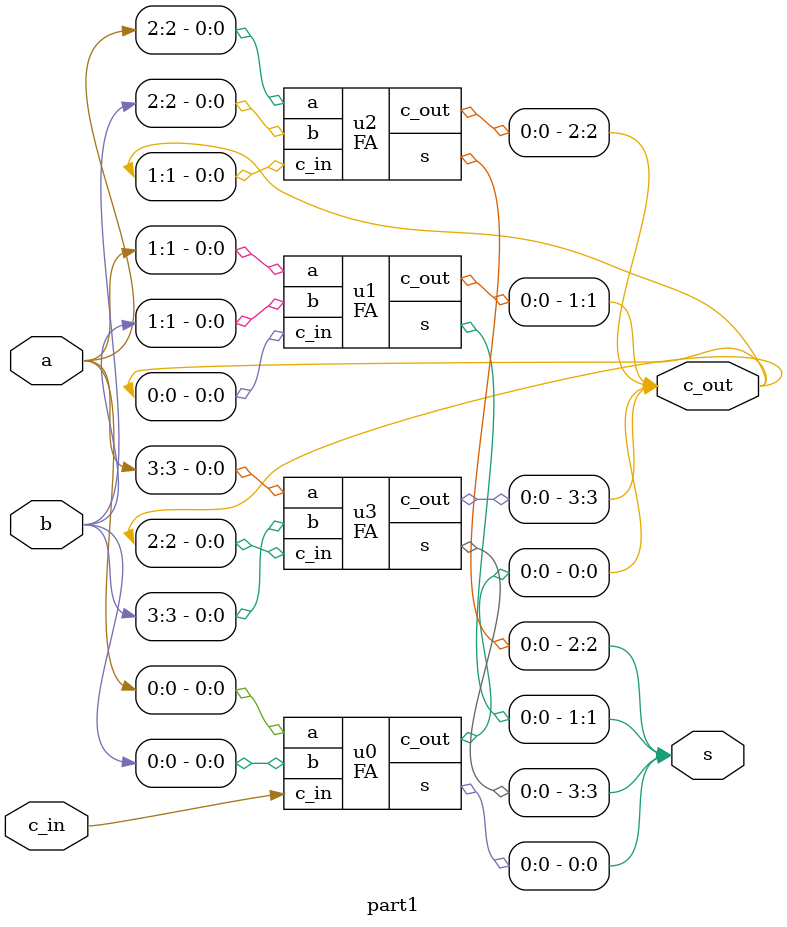
<source format=sv>

module FA(input logic a, b, input logic c_in, output logic s, c_out);
    assign c_out = a&b | b&c_in | a&c_in;
    assign s = a ^ b ^ c_in;
endmodule

module part1(input logic [3:0] a, b, input logic c_in, output logic [3:0] s, c_out);
    FA u0(a[0], b[0], c_in, s[0], c_out[0]);
    FA u1(a[1], b[1], c_out[0], s[1], c_out[1]);
    FA u2(a[2], b[2], c_out[1], s[2], c_out[2]);
    FA u3(a[3], b[3], c_out[2], s[3], c_out[3]);
endmodule

</source>
